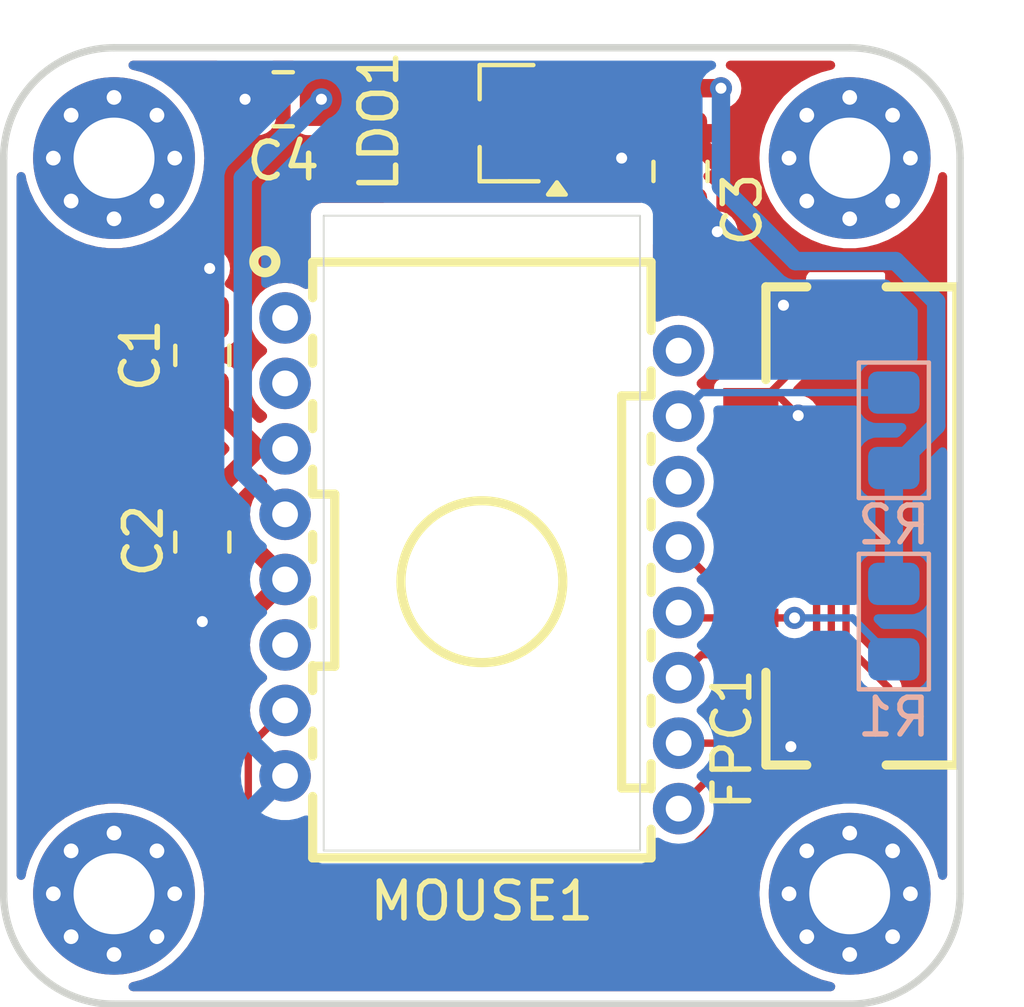
<source format=kicad_pcb>
(kicad_pcb (version 20240108) (generator "pcbnew") (generator_version "8.0")
  (layers (0 "F.Cu" signal) (31 "B.Cu" signal) (34 "B.Paste" user) (35 "F.Paste" user) (36 "B.SilkS" user "B.Silkscreen") (37 "F.SilkS" user "F.Silkscreen") (38 "B.Mask" user) (39 "F.Mask" user) (44 "Edge.Cuts" user))
  (net 0 "")
  (net 1 "GND")
  (net 2 "Net-(MOUSE1-VDDPIX)")
  (net 3 "+3V3")
  (net 4 "+1V8")
  (net 5 "Net-(MOUSE1-LED_P)")
  (net 11 "/SCLK")
  (net 12 "/MOT")
  (net 13 "/RST")
  (net 14 "/MOSI")
  (net 15 "/SCS")
  (net 16 "/MISO")
  (footprint "Capacitor_SMD:C_0805_2012Metric_Pad1.18x1.45mm_HandSolder" (layer "F.Cu") (at -7.6 0.4375 -90)
    (property "Reference" "C2" (at -0.0375 1.6 90) (layer "F.SilkS"))
    (property "Value" "4.7uF")
    (fp_line (start -0.261252 0.735) (end 0.261252 0.735) (stroke (width 0.12)) (layer "F.SilkS"))
    (fp_line (start -0.261252 -0.735) (end 0.261252 -0.735) (stroke (width 0.12)) (layer "F.SilkS"))
    (pad "1" smd roundrect (at -1.0375 0 270) (size 1.175 1.45) (layers "F.Cu" "F.Paste" "F.Mask") (roundrect_rratio 0.212766) (net 2 "Net-(MOUSE1-VDDPIX)"))
    (pad "2" smd roundrect (at 1.0375 0 270) (size 1.175 1.45) (layers "F.Cu" "F.Paste" "F.Mask") (roundrect_rratio 0.212766) (net 1 "GND"))
  )
  (footprint "EasyEDA:FPC-SMD_8P-P1.00_DEALON_FC10-S08FCT-00" (layer "F.Cu") (at 8.6125 0 90)
    (property "Reference" "FPC1" (at -5.8 -1.8125 -90) (layer "F.SilkS"))
    (property "Value" "FC10-S08FCT-00")
    (fp_line (start 6.5 -0.89) (end 3.98 -0.89) (stroke (width 0.25)) (layer "F.SilkS"))
    (fp_line (start -6.5 -0.89) (end -3.98 -0.89) (stroke (width 0.25)) (layer "F.SilkS"))
    (fp_line (start 6.5 0.22) (end 6.5 -0.89) (stroke (width 0.25)) (layer "F.SilkS"))
    (fp_line (start -6.5 0.22) (end -6.5 -0.89) (stroke (width 0.25)) (layer "F.SilkS"))
    (fp_line (start 6.5 4.3) (end 6.5 2.38) (stroke (width 0.25)) (layer "F.SilkS"))
    (fp_line (start -6.5 4.3) (end -6.5 2.38) (stroke (width 0.25)) (layer "F.SilkS"))
    (fp_line (start -6.5 4.3) (end 6.5 4.3) (stroke (width 0.25)) (layer "F.SilkS"))
    (pad "1" smd rect (at -3.5 -1.3 90) (size 0.5 1.5) (layers "F.Cu" "F.Paste" "F.Mask") (net 14 "/MOSI"))
    (pad "2" smd rect (at -2.5 -1.3 90) (size 0.5 1.5) (layers "F.Cu" "F.Paste" "F.Mask") (net 16 "/MISO"))
    (pad "3" smd rect (at -1.5 -1.3 90) (size 0.5 1.5) (layers "F.Cu" "F.Paste" "F.Mask") (net 15 "/SCS"))
    (pad "4" smd rect (at -0.5 -1.3 90) (size 0.5 1.5) (layers "F.Cu" "F.Paste" "F.Mask") (net 11 "/SCLK"))
    (pad "5" smd rect (at 0.5 -1.3 90) (size 0.5 1.5) (layers "F.Cu" "F.Paste" "F.Mask") (net 12 "/MOT"))
    (pad "6" smd rect (at 1.5 -1.3 90) (size 0.5 1.5) (layers "F.Cu" "F.Paste" "F.Mask") (net 13 "/RST"))
    (pad "7" smd rect (at 2.5 -1.3 90) (size 0.5 1.5) (layers "F.Cu" "F.Paste" "F.Mask") (net 3 "+3V3"))
    (pad "8" smd rect (at 3.5 -1.3 90) (size 0.5 1.5) (layers "F.Cu" "F.Paste" "F.Mask") (net 1 "GND"))
    (pad "9" smd rect (at 5.7 1.3 90) (size 2 1.7) (layers "F.Cu" "F.Paste" "F.Mask") (net 1 "GND"))
    (pad "10" smd rect (at -5.7 1.3 90) (size 2 1.7) (layers "F.Cu" "F.Paste" "F.Mask") (net 1 "GND"))
  )
  (footprint "MountingHole:MountingHole_2.2mm_M2_Pad_Via" (layer "F.Cu") (at -10 -10)
    (property "Reference" "H2" (hide yes))
    (property "Value" "M2" (hide yes))
    (pad "1" thru_hole circle (at -1.65 0) (size 0.7 0.7) (drill 0.4) (layers "*.Cu" "*.Mask"))
    (pad "1" thru_hole circle (at -1.166726 -1.166726) (size 0.7 0.7) (drill 0.4) (layers "*.Cu" "*.Mask"))
    (pad "1" thru_hole circle (at -1.166726 1.166726) (size 0.7 0.7) (drill 0.4) (layers "*.Cu" "*.Mask"))
    (pad "1" thru_hole circle (at 0 -1.65) (size 0.7 0.7) (drill 0.4) (layers "*.Cu" "*.Mask"))
    (pad "1" thru_hole circle (at 0 0) (size 4.4 4.4) (drill 2.2) (layers "*.Cu" "*.Mask"))
    (pad "1" thru_hole circle (at 0 1.65) (size 0.7 0.7) (drill 0.4) (layers "*.Cu" "*.Mask"))
    (pad "1" thru_hole circle (at 1.166726 -1.166726) (size 0.7 0.7) (drill 0.4) (layers "*.Cu" "*.Mask"))
    (pad "1" thru_hole circle (at 1.166726 1.166726) (size 0.7 0.7) (drill 0.4) (layers "*.Cu" "*.Mask"))
    (pad "1" thru_hole circle (at 1.65 0) (size 0.7 0.7) (drill 0.4) (layers "*.Cu" "*.Mask"))
  )
  (footprint "Capacitor_SMD:C_0805_2012Metric_Pad1.18x1.45mm_HandSolder" (layer "F.Cu") (at 5.4 -9.6375 -90)
    (property "Reference" "C3" (at 1.0375 -1.68 90) (layer "F.SilkS"))
    (property "Value" "1u")
    (fp_line (start -0.261252 0.735) (end 0.261252 0.735) (stroke (width 0.12)) (layer "F.SilkS"))
    (fp_line (start -0.261252 -0.735) (end 0.261252 -0.735) (stroke (width 0.12)) (layer "F.SilkS"))
    (pad "1" smd roundrect (at -1.0375 0 270) (size 1.175 1.45) (layers "F.Cu" "F.Paste" "F.Mask") (roundrect_rratio 0.212766) (net 3 "+3V3"))
    (pad "2" smd roundrect (at 1.0375 0 270) (size 1.175 1.45) (layers "F.Cu" "F.Paste" "F.Mask") (roundrect_rratio 0.212766) (net 1 "GND"))
  )
  (footprint "Capacitor_SMD:C_0805_2012Metric_Pad1.18x1.45mm_HandSolder" (layer "F.Cu") (at -7.6 -4.6375 90)
    (property "Reference" "C1" (at 0 -1.68 90) (layer "F.SilkS"))
    (property "Value" "100nF")
    (fp_line (start -0.261252 -0.735) (end 0.261252 -0.735) (stroke (width 0.12)) (layer "F.SilkS"))
    (fp_line (start -0.261252 0.735) (end 0.261252 0.735) (stroke (width 0.12)) (layer "F.SilkS"))
    (pad "1" smd roundrect (at -1.0375 0 90) (size 1.175 1.45) (layers "F.Cu" "F.Paste" "F.Mask") (roundrect_rratio 0.212766) (net 2 "Net-(MOUSE1-VDDPIX)"))
    (pad "2" smd roundrect (at 1.0375 0 90) (size 1.175 1.45) (layers "F.Cu" "F.Paste" "F.Mask") (roundrect_rratio 0.212766) (net 1 "GND"))
  )
  (footprint "Capacitor_SMD:C_0805_2012Metric_Pad1.18x1.45mm_HandSolder" (layer "F.Cu") (at -5.4 -11.6 180)
    (property "Reference" "C4" (at 0 -1.68 0) (layer "F.SilkS"))
    (property "Value" "1u")
    (fp_line (start -0.261252 0.735) (end 0.261252 0.735) (stroke (width 0.12)) (layer "F.SilkS"))
    (fp_line (start -0.261252 -0.735) (end 0.261252 -0.735) (stroke (width 0.12)) (layer "F.SilkS"))
    (pad "1" smd roundrect (at -1.0375 0 180) (size 1.175 1.45) (layers "F.Cu" "F.Paste" "F.Mask") (roundrect_rratio 0.212766) (net 4 "+1V8"))
    (pad "2" smd roundrect (at 1.0375 0 180) (size 1.175 1.45) (layers "F.Cu" "F.Paste" "F.Mask") (roundrect_rratio 0.212766) (net 1 "GND"))
  )
  (footprint "MountingHole:MountingHole_2.2mm_M2_Pad_Via" (layer "F.Cu") (at 10 -10)
    (property "Reference" "H1" (hide yes))
    (property "Value" "M2" (hide yes))
    (pad "1" thru_hole circle (at -1.65 0) (size 0.7 0.7) (drill 0.4) (layers "*.Cu" "*.Mask"))
    (pad "1" thru_hole circle (at -1.166726 -1.166726) (size 0.7 0.7) (drill 0.4) (layers "*.Cu" "*.Mask"))
    (pad "1" thru_hole circle (at -1.166726 1.166726) (size 0.7 0.7) (drill 0.4) (layers "*.Cu" "*.Mask"))
    (pad "1" thru_hole circle (at 0 -1.65) (size 0.7 0.7) (drill 0.4) (layers "*.Cu" "*.Mask"))
    (pad "1" thru_hole circle (at 0 0) (size 4.4 4.4) (drill 2.2) (layers "*.Cu" "*.Mask"))
    (pad "1" thru_hole circle (at 0 1.65) (size 0.7 0.7) (drill 0.4) (layers "*.Cu" "*.Mask"))
    (pad "1" thru_hole circle (at 1.166726 -1.166726) (size 0.7 0.7) (drill 0.4) (layers "*.Cu" "*.Mask"))
    (pad "1" thru_hole circle (at 1.166726 1.166726) (size 0.7 0.7) (drill 0.4) (layers "*.Cu" "*.Mask"))
    (pad "1" thru_hole circle (at 1.65 0) (size 0.7 0.7) (drill 0.4) (layers "*.Cu" "*.Mask"))
  )
  (footprint "MountingHole:MountingHole_2.2mm_M2_Pad_Via" (layer "F.Cu") (at -10 10)
    (property "Reference" "H3" (hide yes))
    (property "Value" "M2" (hide yes))
    (pad "1" thru_hole circle (at -1.65 0) (size 0.7 0.7) (drill 0.4) (layers "*.Cu" "*.Mask"))
    (pad "1" thru_hole circle (at -1.166726 -1.166726) (size 0.7 0.7) (drill 0.4) (layers "*.Cu" "*.Mask"))
    (pad "1" thru_hole circle (at -1.166726 1.166726) (size 0.7 0.7) (drill 0.4) (layers "*.Cu" "*.Mask"))
    (pad "1" thru_hole circle (at 0 -1.65) (size 0.7 0.7) (drill 0.4) (layers "*.Cu" "*.Mask"))
    (pad "1" thru_hole circle (at 0 0) (size 4.4 4.4) (drill 2.2) (layers "*.Cu" "*.Mask"))
    (pad "1" thru_hole circle (at 0 1.65) (size 0.7 0.7) (drill 0.4) (layers "*.Cu" "*.Mask"))
    (pad "1" thru_hole circle (at 1.166726 -1.166726) (size 0.7 0.7) (drill 0.4) (layers "*.Cu" "*.Mask"))
    (pad "1" thru_hole circle (at 1.166726 1.166726) (size 0.7 0.7) (drill 0.4) (layers "*.Cu" "*.Mask"))
    (pad "1" thru_hole circle (at 1.65 0) (size 0.7 0.7) (drill 0.4) (layers "*.Cu" "*.Mask"))
  )
  (footprint "MountingHole:MountingHole_2.2mm_M2_Pad_Via" (layer "F.Cu") (at 10 10)
    (property "Reference" "H4" (hide yes))
    (property "Value" "M2" (hide yes))
    (pad "1" thru_hole circle (at -1.65 0) (size 0.7 0.7) (drill 0.4) (layers "*.Cu" "*.Mask"))
    (pad "1" thru_hole circle (at -1.166726 -1.166726) (size 0.7 0.7) (drill 0.4) (layers "*.Cu" "*.Mask"))
    (pad "1" thru_hole circle (at -1.166726 1.166726) (size 0.7 0.7) (drill 0.4) (layers "*.Cu" "*.Mask"))
    (pad "1" thru_hole circle (at 0 -1.65) (size 0.7 0.7) (drill 0.4) (layers "*.Cu" "*.Mask"))
    (pad "1" thru_hole circle (at 0 0) (size 4.4 4.4) (drill 2.2) (layers "*.Cu" "*.Mask"))
    (pad "1" thru_hole circle (at 0 1.65) (size 0.7 0.7) (drill 0.4) (layers "*.Cu" "*.Mask"))
    (pad "1" thru_hole circle (at 1.166726 -1.166726) (size 0.7 0.7) (drill 0.4) (layers "*.Cu" "*.Mask"))
    (pad "1" thru_hole circle (at 1.166726 1.166726) (size 0.7 0.7) (drill 0.4) (layers "*.Cu" "*.Mask"))
    (pad "1" thru_hole circle (at 1.65 0) (size 0.7 0.7) (drill 0.4) (layers "*.Cu" "*.Mask"))
  )
  (footprint "Package_TO_SOT_SMD:SOT-23_Handsoldering" (layer "F.Cu") (at 0.7 -10.95 180)
    (property "Reference" "LDO1" (at 3.5 0.05 90) (layer "F.SilkS"))
    (property "Value" "XC6206P182MR-MS")
    (fp_line (start 0.76 1.58) (end 0.76 0.65) (stroke (width 0.12)) (layer "F.SilkS"))
    (fp_line (start 0.76 1.58) (end -0.7 1.58) (stroke (width 0.12)) (layer "F.SilkS"))
    (fp_line (start 0.76 -1.58) (end 0.76 -0.65) (stroke (width 0.12)) (layer "F.SilkS"))
    (fp_line (start -0.04 -1.58) (end 0.76 -1.58) (stroke (width 0.12)) (layer "F.SilkS"))
    (fp_line (start -0.04 -1.58) (end -0.84 -1.58) (stroke (width 0.12)) (layer "F.SilkS"))
    (fp_poly (pts (xy -1.34 -1.61) (xy -1.58 -1.94) (xy -1.1 -1.94) (xy -1.34 -1.61)) (stroke (width 0.12)) (fill solid) (layer "F.SilkS"))
    (pad "1" smd roundrect (at -1.5 -0.95 180) (size 1.9 0.8) (layers "F.Cu" "F.Paste" "F.Mask") (net 1 "GND"))
    (pad "2" smd roundrect (at -1.5 0.95 180) (size 1.9 0.8) (layers "F.Cu" "F.Paste" "F.Mask") (net 4 "+1V8"))
    (pad "3" smd roundrect (at 1.5 0 180) (size 1.9 0.8) (layers "F.Cu" "F.Paste" "F.Mask") (net 3 "+3V3"))
  )
  (footprint "EasyEDA:PDIP-16_L16.2-W9.1-P1.78-TL_PMW3389DM-T3QU" (layer "F.Cu") (at 0 1.015)
    (property "Reference" "MOUSE1" (at 0 9.185 0) (layer "F.SilkS"))
    (property "Value" "PMW3360DM-T2QU")
    (fp_line (start -4.6 -8.19) (end -4.6 -7.22) (stroke (width 0.25)) (layer "F.SilkS"))
    (fp_line (start -4.6 -6.12) (end -4.6 -5.44) (stroke (width 0.25)) (layer "F.SilkS"))
    (fp_line (start -4.6 -4.34) (end -4.6 -3.66) (stroke (width 0.25)) (layer "F.SilkS"))
    (fp_line (start -4.6 -2.56) (end -4.6 -1.88) (stroke (width 0.25)) (layer "F.SilkS"))
    (fp_line (start -4.6 -1.88) (end -4 -1.88) (stroke (width 0.25)) (layer "F.SilkS"))
    (fp_line (start -4.6 -0.78) (end -4.6 -0.1) (stroke (width 0.25)) (layer "F.SilkS"))
    (fp_line (start -4.6 1) (end -4.6 1.68) (stroke (width 0.25)) (layer "F.SilkS"))
    (fp_line (start -4.6 2.78) (end -4.6 3.46) (stroke (width 0.25)) (layer "F.SilkS"))
    (fp_line (start -4.6 4.56) (end -4.6 5.24) (stroke (width 0.25)) (layer "F.SilkS"))
    (fp_line (start -4.6 6.34) (end -4.6 8.01) (stroke (width 0.25)) (layer "F.SilkS"))
    (fp_line (start -4.6 8.01) (end 4.6 8.01) (stroke (width 0.25)) (layer "F.SilkS"))
    (fp_line (start -4 -1.88) (end -4 2.8) (stroke (width 0.25)) (layer "F.SilkS"))
    (fp_line (start -4 2.8) (end -4.58 2.8) (stroke (width 0.25)) (layer "F.SilkS"))
    (fp_line (start 3.8 -4.55) (end 3.8 6.11) (stroke (width 0.25)) (layer "F.SilkS"))
    (fp_line (start 3.8 6.11) (end 4.6 6.11) (stroke (width 0.25)) (layer "F.SilkS"))
    (fp_line (start 4.6 -8.19) (end -4.6 -8.19) (stroke (width 0.25)) (layer "F.SilkS"))
    (fp_line (start 4.6 -6.33) (end 4.6 -8.19) (stroke (width 0.25)) (layer "F.SilkS"))
    (fp_line (start 4.6 -4.55) (end 3.8 -4.55) (stroke (width 0.25)) (layer "F.SilkS"))
    (fp_line (start 4.6 -4.55) (end 4.6 -5.23) (stroke (width 0.25)) (layer "F.SilkS"))
    (fp_line (start 4.6 -2.77) (end 4.6 -3.45) (stroke (width 0.25)) (layer "F.SilkS"))
    (fp_line (start 4.6 -0.99) (end 4.6 -1.67) (stroke (width 0.25)) (layer "F.SilkS"))
    (fp_line (start 4.6 0.79) (end 4.6 0.11) (stroke (width 0.25)) (layer "F.SilkS"))
    (fp_line (start 4.6 2.57) (end 4.6 1.89) (stroke (width 0.25)) (layer "F.SilkS"))
    (fp_line (start 4.6 4.35) (end 4.6 3.67) (stroke (width 0.25)) (layer "F.SilkS"))
    (fp_line (start 4.6 6.13) (end 4.6 5.45) (stroke (width 0.25)) (layer "F.SilkS"))
    (fp_line (start 4.6 8.01) (end 4.6 7.23) (stroke (width 0.25)) (layer "F.SilkS"))
    (fp_circle (center -5.9 -8.2) (end -5.6 -8.2) (stroke (width 0.25)) (fill none) (layer "F.SilkS"))
    (fp_circle (center 0 0.5) (end 2.2 0.5) (stroke (width 0.25)) (fill none) (layer "F.SilkS"))
    (fp_rect (start -4.3 -9.45) (end 4.3 7.81) (stroke (width 0.05)) (fill none) (layer "Edge.Cuts"))
    (pad "1" thru_hole circle (at -5.35 -6.67) (size 1.4 1.4) (drill 0.700024) (layers "*.Cu" "*.Mask"))
    (pad "2" thru_hole circle (at -5.35 -4.89) (size 1.4 1.4) (drill 0.700024) (layers "*.Cu" "*.Mask"))
    (pad "3" thru_hole circle (at -5.35 -3.11) (size 1.4 1.4) (drill 0.700024) (layers "*.Cu" "*.Mask") (net 2 "Net-(MOUSE1-VDDPIX)"))
    (pad "4" thru_hole circle (at -5.35 -1.33) (size 1.4 1.4) (drill 0.700024) (layers "*.Cu" "*.Mask") (net 4 "+1V8"))
    (pad "5" thru_hole circle (at -5.35 0.44) (size 1.4 1.4) (drill 0.700024) (layers "*.Cu" "*.Mask") (net 3 "+3V3"))
    (pad "6" thru_hole circle (at -5.35 2.22) (size 1.4 1.4) (drill 0.700024) (layers "*.Cu" "*.Mask"))
    (pad "7" thru_hole circle (at -5.35 4) (size 1.4 1.4) (drill 0.700024) (layers "*.Cu" "*.Mask") (net 13 "/RST"))
    (pad "8" thru_hole circle (at -5.35 5.78) (size 1.4 1.4) (drill 0.700024) (layers "*.Cu" "*.Mask") (net 1 "GND"))
    (pad "9" thru_hole circle (at 5.35 6.67) (size 1.4 1.4) (drill 0.700024) (layers "*.Cu" "*.Mask") (net 12 "/MOT"))
    (pad "10" thru_hole circle (at 5.35 4.89) (size 1.4 1.4) (drill 0.700024) (layers "*.Cu" "*.Mask") (net 11 "/SCLK"))
    (pad "11" thru_hole circle (at 5.35 3.11) (size 1.4 1.4) (drill 0.700024) (layers "*.Cu" "*.Mask") (net 14 "/MOSI"))
    (pad "12" thru_hole circle (at 5.35 1.34) (size 1.4 1.4) (drill 0.700024) (layers "*.Cu" "*.Mask") (net 16 "/MISO"))
    (pad "13" thru_hole circle (at 5.35 -0.44) (size 1.4 1.4) (drill 0.700024) (layers "*.Cu" "*.Mask") (net 15 "/SCS"))
    (pad "14" thru_hole circle (at 5.35 -2.22) (size 1.4 1.4) (drill 0.700024) (layers "*.Cu" "*.Mask"))
    (pad "15" thru_hole circle (at 5.35 -4) (size 1.4 1.4) (drill 0.700024) (layers "*.Cu" "*.Mask") (net 5 "Net-(MOUSE1-LED_P)"))
    (pad "16" thru_hole circle (at 5.35 -5.78) (size 1.4 1.4) (drill 0.700024) (layers "*.Cu" "*.Mask"))
  )
  (footprint "PCM_Resistor_SMD_AKL:R_0805_2012Metric_Pad1.15x1.40mm_HandSolder" (layer "B.Cu") (at 11.2 2.6 90)
    (property "Reference" "R1" (at -2.6 0 0) (layer "B.SilkS") (effects (justify mirror)))
    (property "Value" "10k")
    (fp_line (start 1.8415 -0.9525) (end -1.8415 -0.9525) (stroke (width 0.12)) (layer "B.SilkS"))
    (fp_line (start -1.8415 -0.9525) (end -1.8415 0.9525) (stroke (width 0.12)) (layer "B.SilkS"))
    (fp_line (start 1.8415 0.9525) (end 1.8415 -0.9525) (stroke (width 0.12)) (layer "B.SilkS"))
    (fp_line (start -1.8415 0.9525) (end 1.8415 0.9525) (stroke (width 0.12)) (layer "B.SilkS"))
    (pad "1" smd roundrect (at -1.025 0 90) (size 1.15 1.4) (layers "B.Cu" "B.Paste" "B.Mask") (roundrect_rratio 0.217391) (net 16 "/MISO"))
    (pad "2" smd roundrect (at 1.025 0 90) (size 1.15 1.4) (layers "B.Cu" "B.Paste" "B.Mask") (roundrect_rratio 0.217391) (net 4 "+1V8"))
  )
  (footprint "PCM_Resistor_SMD_AKL:R_0805_2012Metric_Pad1.15x1.40mm_HandSolder" (layer "B.Cu") (at 11.2 -2.6 90)
    (property "Reference" "R2" (at -2.575 0 0) (layer "B.SilkS") (effects (justify mirror)))
    (property "Value" "39")
    (fp_line (start 1.8415 -0.9525) (end -1.8415 -0.9525) (stroke (width 0.12)) (layer "B.SilkS"))
    (fp_line (start -1.8415 -0.9525) (end -1.8415 0.9525) (stroke (width 0.12)) (layer "B.SilkS"))
    (fp_line (start 1.8415 0.9525) (end 1.8415 -0.9525) (stroke (width 0.12)) (layer "B.SilkS"))
    (fp_line (start -1.8415 0.9525) (end 1.8415 0.9525) (stroke (width 0.12)) (layer "B.SilkS"))
    (pad "1" smd roundrect (at -1.025 0 90) (size 1.15 1.4) (layers "B.Cu" "B.Paste" "B.Mask") (roundrect_rratio 0.217391) (net 4 "+1V8"))
    (pad "2" smd roundrect (at 1.025 0 90) (size 1.15 1.4) (layers "B.Cu" "B.Paste" "B.Mask") (roundrect_rratio 0.217391) (net 5 "Net-(MOUSE1-LED_P)"))
  )
  (gr_line (start 10 13) (end -10 13) (stroke (width 0.2)) (layer "Edge.Cuts"))
  (gr_line (start -10 -13) (end 10 -13) (stroke (width 0.2)) (layer "Edge.Cuts"))
  (gr_arc (start 10 -13) (mid 12.12132 -12.12132) (end 13 -10) (stroke (width 0.2)) (layer "Edge.Cuts"))
  (gr_arc (start 13 10) (mid 12.12132 12.12132) (end 10 13) (stroke (width 0.2)) (layer "Edge.Cuts"))
  (gr_arc (start -10 13) (mid -12.12132 12.12132) (end -13 10) (stroke (width 0.2)) (layer "Edge.Cuts"))
  (gr_line (start -13 10) (end -13 -10) (stroke (width 0.2)) (layer "Edge.Cuts"))
  (gr_line (start 13 -10) (end 13 10) (stroke (width 0.2)) (layer "Edge.Cuts"))
  (gr_arc (start -13 -10) (mid -12.12132 -12.12132) (end -10 -13) (stroke (width 0.2)) (layer "Edge.Cuts"))
  (segment (start -7.6 1.475) (end -7.6 2.6) (width 0.5) (layer "F.Cu") (net 1))
  (segment (start 8.7 5.7) (end 8.4 6) (width 0.5) (layer "F.Cu") (net 1))
  (segment (start -7.6 -6.8) (end -7.4 -7) (width 0.5) (layer "F.Cu") (net 1))
  (segment (start 5.4 -8.6) (end 6 -8) (width 0.5) (layer "F.Cu") (net 1))
  (segment (start 7.3125 -3.5) (end 7.7125 -3.5) (width 0.2) (layer "F.Cu") (net 1))
  (segment (start 7.3125 -3.5) (end 8.1 -3.5) (width 0.2) (layer "F.Cu") (net 1))
  (segment (start 7.7125 -3.5) (end 9.9125 -5.7) (width 0.2) (layer "F.Cu") (net 1))
  (segment (start 9.6125 -6) (end 9.9125 -5.7) (width 0.5) (layer "F.Cu") (net 1))
  (segment (start 9.9125 5.7) (end 8.7 5.7) (width 0.5) (layer "F.Cu") (net 1))
  (segment (start -7.6 -5.675) (end -7.6 -6.8) (width 0.5) (layer "F.Cu") (net 1))
  (segment (start 8.1 -3.5) (end 8.6 -3) (width 0.2) (layer "F.Cu") (net 1))
  (segment (start 8.2 -6) (end 9.6125 -6) (width 0.5) (layer "F.Cu") (net 1))
  (segment (start 6 -8) (end 6.4 -8) (width 0.5) (layer "F.Cu") (net 1))
  (segment (start 2.2 -10) (end 3.8 -10) (width 0.5) (layer "F.Cu") (net 1))
  (via (at -6.4375 -11.6) (size 0.6) (drill 0.3) (layers "F.Cu" "B.Cu") (net 1))
  (via (at 8.4 6) (size 0.6) (drill 0.3) (layers "F.Cu" "B.Cu") (net 1))
  (via (at -7.4 -7) (size 0.6) (drill 0.3) (layers "F.Cu" "B.Cu") (net 1))
  (via (at 8.2 -6) (size 0.6) (drill 0.3) (layers "F.Cu" "B.Cu") (net 1))
  (via (at 8.6 -3) (size 0.6) (drill 0.3) (layers "F.Cu" "B.Cu") (net 1))
  (via (at 6.4 -8) (size 0.6) (drill 0.3) (layers "F.Cu" "B.Cu") (net 1))
  (via (at 3.8 -10) (size 0.6) (drill 0.3) (layers "F.Cu" "B.Cu") (net 1))
  (via (at -7.6 2.6) (size 0.6) (drill 0.3) (layers "F.Cu" "B.Cu") (net 1))
  (segment (start -6.105 -2.095) (end -7.6 -0.6) (width 0.5) (layer "F.Cu") (net 2))
  (segment (start -6.095 -2.095) (end -7.6 -3.6) (width 0.5) (layer "F.Cu") (net 2))
  (segment (start -5.35 -2.095) (end -6.105 -2.095) (width 0.5) (layer "F.Cu") (net 2))
  (segment (start -5.35 -2.095) (end -6.095 -2.095) (width 0.5) (layer "F.Cu") (net 2))
  (segment (start -8.775 -6.825) (end -8.775 0.034378) (width 0.5) (layer "F.Cu") (net 3))
  (segment (start 8.6125 -7.15) (end 7.4 -8.3625) (width 0.5) (layer "F.Cu") (net 3))
  (segment (start -2.715 -9.035) (end -6.565 -9.035) (width 0.5) (layer "F.Cu") (net 3))
  (segment (start 11.2125 -4.25) (end 11.2125 -7.15) (width 0.5) (layer "F.Cu") (net 3))
  (segment (start -8.371878 0.4375) (end -6.3675 0.4375) (width 0.5) (layer "F.Cu") (net 3))
  (segment (start -8.775 0.034378) (end -8.371878 0.4375) (width 0.5) (layer "F.Cu") (net 3))
  (segment (start 7.4 -8.87478) (end 5.32478 -10.95) (width 0.5) (layer "F.Cu") (net 3))
  (segment (start -6.565 -9.035) (end -8.775 -6.825) (width 0.5) (layer "F.Cu") (net 3))
  (segment (start -0.8 -10.95) (end -2.715 -9.035) (width 0.5) (layer "F.Cu") (net 3))
  (segment (start 9.2125 -2.25) (end 11.2125 -4.25) (width 0.5) (layer "F.Cu") (net 3))
  (segment (start 7.4 -8.3625) (end 7.4 -8.87478) (width 0.5) (layer "F.Cu") (net 3))
  (segment (start -6.3675 0.4375) (end -5.35 1.455) (width 0.5) (layer "F.Cu") (net 3))
  (segment (start 11.2125 -7.15) (end 8.6125 -7.15) (width 0.5) (layer "F.Cu") (net 3))
  (segment (start 5.32478 -10.95) (end -0.8 -10.95) (width 0.5) (layer "F.Cu") (net 3))
  (segment (start 7.3125 -2.5) (end 7.5625 -2.25) (width 0.5) (layer "F.Cu") (net 3))
  (segment (start 7.5625 -2.25) (end 9.2125 -2.25) (width 0.5) (layer "F.Cu") (net 3))
  (segment (start -4.0625 -11.9) (end -4.3625 -11.6) (width 0.5) (layer "F.Cu") (net 4))
  (segment (start 6.5 -11.9) (end 2.2 -11.9) (width 0.5) (layer "F.Cu") (net 4))
  (segment (start 2.2 -11.9) (end -4.0625 -11.9) (width 0.5) (layer "F.Cu") (net 4))
  (via (at -4.3625 -11.6) (size 0.6) (drill 0.3) (layers "F.Cu" "B.Cu") (net 4))
  (via (at 6.5 -11.9) (size 0.6) (drill 0.3) (layers "F.Cu" "B.Cu") (net 4))
  (segment (start 11.247666 -7.2) (end 12.35 -6.097666) (width 0.5) (layer "B.Cu") (net 4))
  (segment (start 8.526167 -7.2) (end 11.247666 -7.2) (width 0.5) (layer "B.Cu") (net 4))
  (segment (start 6.5 -11.9) (end 6.5 -9.226167) (width 0.5) (layer "B.Cu") (net 4))
  (segment (start -6.5 -9.4625) (end -4.3625 -11.6) (width 0.5) (layer "B.Cu") (net 4))
  (segment (start 12.35 -6.097666) (end 12.35 -2.725) (width 0.5) (layer "B.Cu") (net 4))
  (segment (start -6.5 -1.465) (end -6.5 -9.4625) (width 0.5) (layer "B.Cu") (net 4))
  (segment (start -5.35 -0.315) (end -6.5 -1.465) (width 0.5) (layer "B.Cu") (net 4))
  (segment (start 11.2 -1.575) (end 11.2 1.575) (width 0.5) (layer "B.Cu") (net 4))
  (segment (start 12.35 -2.725) (end 11.2 -1.575) (width 0.5) (layer "B.Cu") (net 4))
  (segment (start 6.5 -9.226167) (end 8.526167 -7.2) (width 0.5) (layer "B.Cu") (net 4))
  (segment (start 11.2 -3.625) (end 5.99 -3.625) (width 0.2) (layer "B.Cu") (net 5))
  (segment (start 5.99 -3.625) (end 5.35 -2.985) (width 0.2) (layer "B.Cu") (net 5))
  (segment (start 9.1 1.6875) (end 9.1 3.3125) (width 0.2) (layer "F.Cu") (net 11))
  (segment (start 7.3125 0.5) (end 7.9125 0.5) (width 0.2) (layer "F.Cu") (net 11))
  (segment (start 7.9125 0.5) (end 9.1 1.6875) (width 0.2) (layer "F.Cu") (net 11))
  (segment (start 9.1 3.3125) (end 6.5075 5.905) (width 0.2) (layer "F.Cu") (net 11))
  (segment (start 6.5075 5.905) (end 5.35 5.905) (width 0.2) (layer "F.Cu") (net 11))
  (segment (start 9.5 3.535) (end 5.35 7.685) (width 0.2) (layer "F.Cu") (net 12))
  (segment (start 8.3625 -0.05) (end 9.5 1.0875) (width 0.2) (layer "F.Cu") (net 12))
  (segment (start 9.5 1.0875) (end 9.5 3.535) (width 0.2) (layer "F.Cu") (net 12))
  (segment (start 7.3125 -0.5) (end 7.7625 -0.05) (width 0.2) (layer "F.Cu") (net 12))
  (segment (start 7.7625 -0.05) (end 8.3625 -0.05) (width 0.2) (layer "F.Cu") (net 12))
  (segment (start -4.6 9.4) (end -6.35 7.65) (width 0.2) (layer "F.Cu") (net 13))
  (segment (start 9.9 0.5875) (end 9.9 3.2375) (width 0.2) (layer "F.Cu") (net 13))
  (segment (start 7.449214 7) (end 5.049214 9.4) (width 0.2) (layer "F.Cu") (net 13))
  (segment (start 7.8125 -1.5) (end 9.9 0.5875) (width 0.2) (layer "F.Cu") (net 13))
  (segment (start 9.9 3.2375) (end 11.0625 4.4) (width 0.2) (layer "F.Cu") (net 13))
  (segment (start 11.0625 4.4) (end 11.0625 7) (width 0.2) (layer "F.Cu") (net 13))
  (segment (start 7.3125 -1.5) (end 7.8125 -1.5) (width 0.2) (layer "F.Cu") (net 13))
  (segment (start 11.0625 7) (end 7.449214 7) (width 0.2) (layer "F.Cu") (net 13))
  (segment (start 5.049214 9.4) (end -4.6 9.4) (width 0.2) (layer "F.Cu") (net 13))
  (segment (start -6.35 6.015) (end -5.35 5.015) (width 0.2) (layer "F.Cu") (net 13))
  (segment (start -6.35 7.65) (end -6.35 6.015) (width 0.2) (layer "F.Cu") (net 13))
  (segment (start 5.975 3.5) (end 5.35 4.125) (width 0.2) (layer "F.Cu") (net 14))
  (segment (start 7.3125 3.5) (end 5.975 3.5) (width 0.2) (layer "F.Cu") (net 14))
  (segment (start 6.275 1.5) (end 5.35 0.575) (width 0.2) (layer "F.Cu") (net 15))
  (segment (start 7.3125 1.5) (end 6.275 1.5) (width 0.2) (layer "F.Cu") (net 15))
  (segment (start 7.3125 2.5) (end 5.495 2.5) (width 0.2) (layer "F.Cu") (net 16))
  (segment (start 7.3125 2.5) (end 7.3 2.5) (width 0.2) (layer "F.Cu") (net 16))
  (segment (start 5.495 2.5) (end 5.35 2.355) (width 0.2) (layer "F.Cu") (net 16))
  (segment (start 7.3 2.5) (end 8.5 2.5) (width 0.2) (layer "F.Cu") (net 16))
  (via (at 8.5 2.5) (size 0.6) (drill 0.3) (layers "F.Cu" "B.Cu") (net 16))
  (segment (start 11.2 3.625) (end 10.075 2.5) (width 0.2) (layer "B.Cu") (net 16))
  (segment (start 10.075 2.5) (end 8.5 2.5) (width 0.2) (layer "B.Cu") (net 16))
  (zone (net 3) (net_name "+3V3") (layer "F.Cu") (priority 1) (connect_pads (clearance 0.25)) (min_thickness 0.25) (fill yes (thermal_gap 0.5) (thermal_bridge_width 0.5))
    (polygon (pts (xy -13 -13) (xy 13 -13) (xy 13 13) (xy -13 13)))
  )
  (zone (net 1) (net_name "GND") (layer "B.Cu") (connect_pads (clearance 0.25)) (min_thickness 0.25) (fill yes (thermal_gap 0.5) (thermal_bridge_width 0.5))
    (polygon (pts (xy -13 -13) (xy 13 -13) (xy 13 13) (xy -13 13)))
  )
)
</source>
